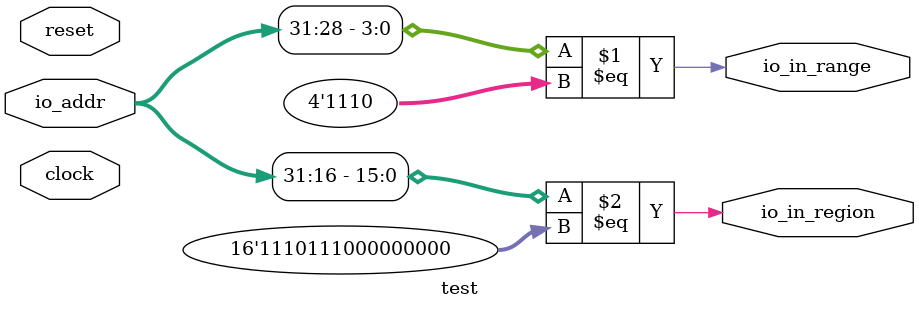
<source format=v>
module test(
  input         clock,
  input         reset,
  input  [31:0] io_addr,
  output        io_in_range,
  output        io_in_region
);
  assign io_in_range = io_addr[31:28] == 4'he; // @[el2_ifu_ifc_ctrl.scala 143:15]
  assign io_in_region = io_addr[31:16] == 16'hee00; // @[el2_ifu_ifc_ctrl.scala 142:16]
endmodule

</source>
